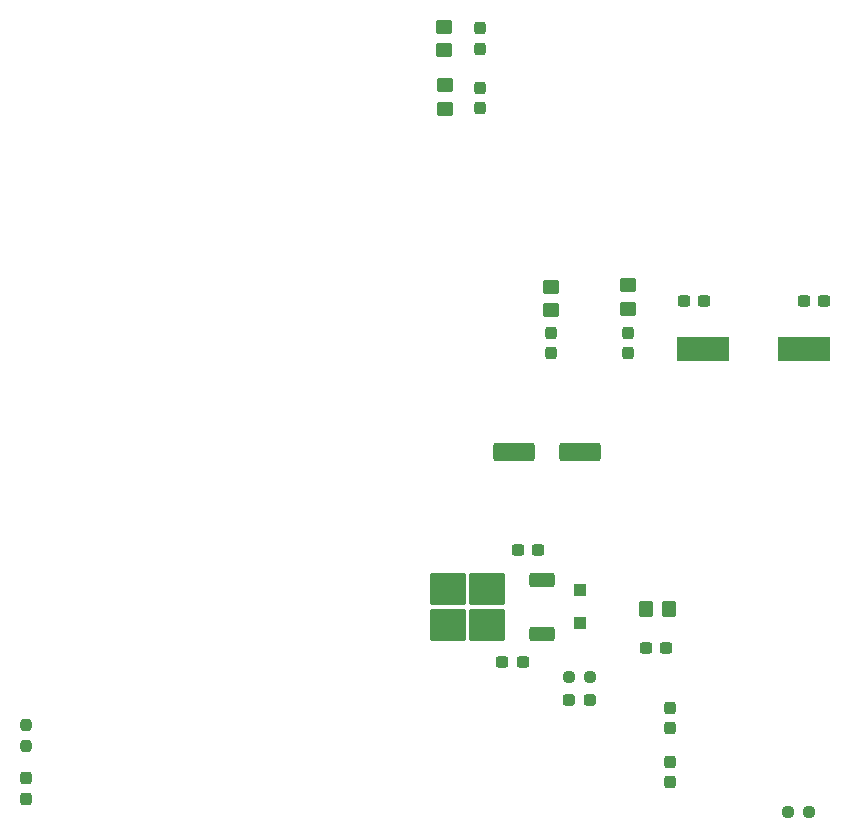
<source format=gbr>
%TF.GenerationSoftware,KiCad,Pcbnew,7.0.1-0*%
%TF.CreationDate,2023-05-25T18:21:20+09:00*%
%TF.ProjectId,SystemData,53797374-656d-4446-9174-612e6b696361,rev?*%
%TF.SameCoordinates,Original*%
%TF.FileFunction,Paste,Top*%
%TF.FilePolarity,Positive*%
%FSLAX46Y46*%
G04 Gerber Fmt 4.6, Leading zero omitted, Abs format (unit mm)*
G04 Created by KiCad (PCBNEW 7.0.1-0) date 2023-05-25 18:21:20*
%MOMM*%
%LPD*%
G01*
G04 APERTURE LIST*
G04 Aperture macros list*
%AMRoundRect*
0 Rectangle with rounded corners*
0 $1 Rounding radius*
0 $2 $3 $4 $5 $6 $7 $8 $9 X,Y pos of 4 corners*
0 Add a 4 corners polygon primitive as box body*
4,1,4,$2,$3,$4,$5,$6,$7,$8,$9,$2,$3,0*
0 Add four circle primitives for the rounded corners*
1,1,$1+$1,$2,$3*
1,1,$1+$1,$4,$5*
1,1,$1+$1,$6,$7*
1,1,$1+$1,$8,$9*
0 Add four rect primitives between the rounded corners*
20,1,$1+$1,$2,$3,$4,$5,0*
20,1,$1+$1,$4,$5,$6,$7,0*
20,1,$1+$1,$6,$7,$8,$9,0*
20,1,$1+$1,$8,$9,$2,$3,0*%
G04 Aperture macros list end*
%ADD10RoundRect,0.250000X0.850000X0.350000X-0.850000X0.350000X-0.850000X-0.350000X0.850000X-0.350000X0*%
%ADD11RoundRect,0.250000X1.275000X1.125000X-1.275000X1.125000X-1.275000X-1.125000X1.275000X-1.125000X0*%
%ADD12RoundRect,0.237500X0.300000X0.237500X-0.300000X0.237500X-0.300000X-0.237500X0.300000X-0.237500X0*%
%ADD13RoundRect,0.237500X-0.237500X0.287500X-0.237500X-0.287500X0.237500X-0.287500X0.237500X0.287500X0*%
%ADD14RoundRect,0.237500X-0.237500X0.250000X-0.237500X-0.250000X0.237500X-0.250000X0.237500X0.250000X0*%
%ADD15RoundRect,0.237500X0.237500X-0.300000X0.237500X0.300000X-0.237500X0.300000X-0.237500X-0.300000X0*%
%ADD16RoundRect,0.237500X-0.300000X-0.237500X0.300000X-0.237500X0.300000X0.237500X-0.300000X0.237500X0*%
%ADD17RoundRect,0.237500X0.237500X-0.287500X0.237500X0.287500X-0.237500X0.287500X-0.237500X-0.287500X0*%
%ADD18RoundRect,0.250000X0.300000X-0.300000X0.300000X0.300000X-0.300000X0.300000X-0.300000X-0.300000X0*%
%ADD19RoundRect,0.250000X-0.450000X0.350000X-0.450000X-0.350000X0.450000X-0.350000X0.450000X0.350000X0*%
%ADD20RoundRect,0.250000X-1.500000X-0.550000X1.500000X-0.550000X1.500000X0.550000X-1.500000X0.550000X0*%
%ADD21RoundRect,0.237500X-0.250000X-0.237500X0.250000X-0.237500X0.250000X0.237500X-0.250000X0.237500X0*%
%ADD22RoundRect,0.237500X0.287500X0.237500X-0.287500X0.237500X-0.287500X-0.237500X0.287500X-0.237500X0*%
%ADD23RoundRect,0.250000X-0.350000X-0.450000X0.350000X-0.450000X0.350000X0.450000X-0.350000X0.450000X0*%
%ADD24R,4.500000X2.000000*%
%ADD25RoundRect,0.237500X0.250000X0.237500X-0.250000X0.237500X-0.250000X-0.237500X0.250000X-0.237500X0*%
G04 APERTURE END LIST*
D10*
%TO.C,U3*%
X172200000Y-113879432D03*
D11*
X167575000Y-113124432D03*
X167575000Y-110074432D03*
X164225000Y-113124432D03*
X164225000Y-110074432D03*
D10*
X172200000Y-109319432D03*
%TD*%
D12*
%TO.C,C2*%
X182722500Y-115100200D03*
X180997500Y-115100200D03*
%TD*%
D13*
%TO.C,D6*%
X166977500Y-62612700D03*
X166977500Y-64362700D03*
%TD*%
D14*
%TO.C,R8*%
X128500000Y-121587500D03*
X128500000Y-123412500D03*
%TD*%
D12*
%TO.C,C7*%
X171862500Y-106799432D03*
X170137500Y-106799432D03*
%TD*%
D15*
%TO.C,C5*%
X183044000Y-121890432D03*
X183044000Y-120165432D03*
%TD*%
D16*
%TO.C,C8*%
X184179500Y-85695432D03*
X185904500Y-85695432D03*
%TD*%
D17*
%TO.C,D7*%
X128500000Y-127875000D03*
X128500000Y-126125000D03*
%TD*%
D18*
%TO.C,D2*%
X175400000Y-112999432D03*
X175400000Y-110199432D03*
%TD*%
D19*
%TO.C,R6*%
X163977500Y-67412700D03*
X163977500Y-69412700D03*
%TD*%
%TO.C,R4*%
X172977500Y-84500200D03*
X172977500Y-86500200D03*
%TD*%
D20*
%TO.C,C6*%
X169800000Y-98499432D03*
X175400000Y-98499432D03*
%TD*%
D17*
%TO.C,D3*%
X172977500Y-90125200D03*
X172977500Y-88375200D03*
%TD*%
D21*
%TO.C,R1*%
X192987500Y-129000000D03*
X194812500Y-129000000D03*
%TD*%
D15*
%TO.C,C4*%
X183044000Y-126462700D03*
X183044000Y-124737700D03*
%TD*%
D12*
%TO.C,C1*%
X196064500Y-85695432D03*
X194339500Y-85695432D03*
%TD*%
%TO.C,C3*%
X170562500Y-116299432D03*
X168837500Y-116299432D03*
%TD*%
D13*
%TO.C,D5*%
X166977500Y-67625200D03*
X166977500Y-69375200D03*
%TD*%
D22*
%TO.C,D1*%
X176265000Y-119500200D03*
X174515000Y-119500200D03*
%TD*%
D23*
%TO.C,R3*%
X180985000Y-111790200D03*
X182985000Y-111790200D03*
%TD*%
D19*
%TO.C,R7*%
X163890000Y-62487700D03*
X163890000Y-64487700D03*
%TD*%
D24*
%TO.C,Y1*%
X185872000Y-89759432D03*
X194372000Y-89759432D03*
%TD*%
D25*
%TO.C,R2*%
X176302500Y-117500200D03*
X174477500Y-117500200D03*
%TD*%
D17*
%TO.C,D4*%
X179477500Y-90125200D03*
X179477500Y-88375200D03*
%TD*%
D19*
%TO.C,R5*%
X179477500Y-84337700D03*
X179477500Y-86337700D03*
%TD*%
M02*

</source>
